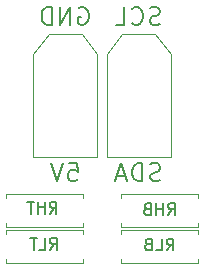
<source format=gbr>
%TF.GenerationSoftware,KiCad,Pcbnew,(7.0.0)*%
%TF.CreationDate,2024-02-03T20:31:02+01:00*%
%TF.ProjectId,Helios_IMU_M,48656c69-6f73-45f4-994d-555f4d2e6b69,rev?*%
%TF.SameCoordinates,PX9058260PY5c4edc0*%
%TF.FileFunction,Legend,Bot*%
%TF.FilePolarity,Positive*%
%FSLAX46Y46*%
G04 Gerber Fmt 4.6, Leading zero omitted, Abs format (unit mm)*
G04 Created by KiCad (PCBNEW (7.0.0)) date 2024-02-03 20:31:02*
%MOMM*%
%LPD*%
G01*
G04 APERTURE LIST*
%ADD10C,0.150000*%
%ADD11C,0.120000*%
G04 APERTURE END LIST*
D10*
%TO.C,J1*%
X-2004144Y7522500D02*
X-1861286Y7593929D01*
X-1861286Y7593929D02*
X-1647001Y7593929D01*
X-1647001Y7593929D02*
X-1432715Y7522500D01*
X-1432715Y7522500D02*
X-1289858Y7379643D01*
X-1289858Y7379643D02*
X-1218429Y7236786D01*
X-1218429Y7236786D02*
X-1147001Y6951072D01*
X-1147001Y6951072D02*
X-1147001Y6736786D01*
X-1147001Y6736786D02*
X-1218429Y6451072D01*
X-1218429Y6451072D02*
X-1289858Y6308215D01*
X-1289858Y6308215D02*
X-1432715Y6165358D01*
X-1432715Y6165358D02*
X-1647001Y6093929D01*
X-1647001Y6093929D02*
X-1789858Y6093929D01*
X-1789858Y6093929D02*
X-2004144Y6165358D01*
X-2004144Y6165358D02*
X-2075572Y6236786D01*
X-2075572Y6236786D02*
X-2075572Y6736786D01*
X-2075572Y6736786D02*
X-1789858Y6736786D01*
X-2718429Y6093929D02*
X-2718429Y7593929D01*
X-2718429Y7593929D02*
X-3575572Y6093929D01*
X-3575572Y6093929D02*
X-3575572Y7593929D01*
X-4289858Y6093929D02*
X-4289858Y7593929D01*
X-4289858Y7593929D02*
X-4647001Y7593929D01*
X-4647001Y7593929D02*
X-4861287Y7522500D01*
X-4861287Y7522500D02*
X-5004144Y7379643D01*
X-5004144Y7379643D02*
X-5075573Y7236786D01*
X-5075573Y7236786D02*
X-5147001Y6951072D01*
X-5147001Y6951072D02*
X-5147001Y6736786D01*
X-5147001Y6736786D02*
X-5075573Y6451072D01*
X-5075573Y6451072D02*
X-5004144Y6308215D01*
X-5004144Y6308215D02*
X-4861287Y6165358D01*
X-4861287Y6165358D02*
X-4647001Y6093929D01*
X-4647001Y6093929D02*
X-4289858Y6093929D01*
X-2861287Y-5637071D02*
X-2147001Y-5637071D01*
X-2147001Y-5637071D02*
X-2075573Y-6351357D01*
X-2075573Y-6351357D02*
X-2147001Y-6279928D01*
X-2147001Y-6279928D02*
X-2289858Y-6208500D01*
X-2289858Y-6208500D02*
X-2647001Y-6208500D01*
X-2647001Y-6208500D02*
X-2789858Y-6279928D01*
X-2789858Y-6279928D02*
X-2861287Y-6351357D01*
X-2861287Y-6351357D02*
X-2932716Y-6494214D01*
X-2932716Y-6494214D02*
X-2932716Y-6851357D01*
X-2932716Y-6851357D02*
X-2861287Y-6994214D01*
X-2861287Y-6994214D02*
X-2789858Y-7065642D01*
X-2789858Y-7065642D02*
X-2647001Y-7137071D01*
X-2647001Y-7137071D02*
X-2289858Y-7137071D01*
X-2289858Y-7137071D02*
X-2147001Y-7065642D01*
X-2147001Y-7065642D02*
X-2075573Y-6994214D01*
X-3361287Y-5637071D02*
X-3861287Y-7137071D01*
X-3861287Y-7137071D02*
X-4361287Y-5637071D01*
%TO.C,RHT*%
X-4456762Y-9874380D02*
X-4123429Y-9398190D01*
X-3885334Y-9874380D02*
X-3885334Y-8874380D01*
X-3885334Y-8874380D02*
X-4266286Y-8874380D01*
X-4266286Y-8874380D02*
X-4361524Y-8922000D01*
X-4361524Y-8922000D02*
X-4409143Y-8969619D01*
X-4409143Y-8969619D02*
X-4456762Y-9064857D01*
X-4456762Y-9064857D02*
X-4456762Y-9207714D01*
X-4456762Y-9207714D02*
X-4409143Y-9302952D01*
X-4409143Y-9302952D02*
X-4361524Y-9350571D01*
X-4361524Y-9350571D02*
X-4266286Y-9398190D01*
X-4266286Y-9398190D02*
X-3885334Y-9398190D01*
X-4885334Y-9874380D02*
X-4885334Y-8874380D01*
X-4885334Y-9350571D02*
X-5456762Y-9350571D01*
X-5456762Y-9874380D02*
X-5456762Y-8874380D01*
X-5790096Y-8874380D02*
X-6361524Y-8874380D01*
X-6075810Y-9874380D02*
X-6075810Y-8874380D01*
%TO.C,J2*%
X4897427Y-7065642D02*
X4683142Y-7137071D01*
X4683142Y-7137071D02*
X4325999Y-7137071D01*
X4325999Y-7137071D02*
X4183142Y-7065642D01*
X4183142Y-7065642D02*
X4111713Y-6994214D01*
X4111713Y-6994214D02*
X4040284Y-6851357D01*
X4040284Y-6851357D02*
X4040284Y-6708500D01*
X4040284Y-6708500D02*
X4111713Y-6565642D01*
X4111713Y-6565642D02*
X4183142Y-6494214D01*
X4183142Y-6494214D02*
X4325999Y-6422785D01*
X4325999Y-6422785D02*
X4611713Y-6351357D01*
X4611713Y-6351357D02*
X4754570Y-6279928D01*
X4754570Y-6279928D02*
X4825999Y-6208500D01*
X4825999Y-6208500D02*
X4897427Y-6065642D01*
X4897427Y-6065642D02*
X4897427Y-5922785D01*
X4897427Y-5922785D02*
X4825999Y-5779928D01*
X4825999Y-5779928D02*
X4754570Y-5708500D01*
X4754570Y-5708500D02*
X4611713Y-5637071D01*
X4611713Y-5637071D02*
X4254570Y-5637071D01*
X4254570Y-5637071D02*
X4040284Y-5708500D01*
X3397428Y-7137071D02*
X3397428Y-5637071D01*
X3397428Y-5637071D02*
X3040285Y-5637071D01*
X3040285Y-5637071D02*
X2825999Y-5708500D01*
X2825999Y-5708500D02*
X2683142Y-5851357D01*
X2683142Y-5851357D02*
X2611713Y-5994214D01*
X2611713Y-5994214D02*
X2540285Y-6279928D01*
X2540285Y-6279928D02*
X2540285Y-6494214D01*
X2540285Y-6494214D02*
X2611713Y-6779928D01*
X2611713Y-6779928D02*
X2683142Y-6922785D01*
X2683142Y-6922785D02*
X2825999Y-7065642D01*
X2825999Y-7065642D02*
X3040285Y-7137071D01*
X3040285Y-7137071D02*
X3397428Y-7137071D01*
X1968856Y-6708500D02*
X1254571Y-6708500D01*
X2111713Y-7137071D02*
X1611713Y-5637071D01*
X1611713Y-5637071D02*
X1111713Y-7137071D01*
X4861713Y6165358D02*
X4647428Y6093929D01*
X4647428Y6093929D02*
X4290285Y6093929D01*
X4290285Y6093929D02*
X4147428Y6165358D01*
X4147428Y6165358D02*
X4075999Y6236786D01*
X4075999Y6236786D02*
X4004570Y6379643D01*
X4004570Y6379643D02*
X4004570Y6522500D01*
X4004570Y6522500D02*
X4075999Y6665358D01*
X4075999Y6665358D02*
X4147428Y6736786D01*
X4147428Y6736786D02*
X4290285Y6808215D01*
X4290285Y6808215D02*
X4575999Y6879643D01*
X4575999Y6879643D02*
X4718856Y6951072D01*
X4718856Y6951072D02*
X4790285Y7022500D01*
X4790285Y7022500D02*
X4861713Y7165358D01*
X4861713Y7165358D02*
X4861713Y7308215D01*
X4861713Y7308215D02*
X4790285Y7451072D01*
X4790285Y7451072D02*
X4718856Y7522500D01*
X4718856Y7522500D02*
X4575999Y7593929D01*
X4575999Y7593929D02*
X4218856Y7593929D01*
X4218856Y7593929D02*
X4004570Y7522500D01*
X2504571Y6236786D02*
X2575999Y6165358D01*
X2575999Y6165358D02*
X2790285Y6093929D01*
X2790285Y6093929D02*
X2933142Y6093929D01*
X2933142Y6093929D02*
X3147428Y6165358D01*
X3147428Y6165358D02*
X3290285Y6308215D01*
X3290285Y6308215D02*
X3361714Y6451072D01*
X3361714Y6451072D02*
X3433142Y6736786D01*
X3433142Y6736786D02*
X3433142Y6951072D01*
X3433142Y6951072D02*
X3361714Y7236786D01*
X3361714Y7236786D02*
X3290285Y7379643D01*
X3290285Y7379643D02*
X3147428Y7522500D01*
X3147428Y7522500D02*
X2933142Y7593929D01*
X2933142Y7593929D02*
X2790285Y7593929D01*
X2790285Y7593929D02*
X2575999Y7522500D01*
X2575999Y7522500D02*
X2504571Y7451072D01*
X1147428Y6093929D02*
X1861714Y6093929D01*
X1861714Y6093929D02*
X1861714Y7593929D01*
%TO.C,RHB*%
X5568285Y-10001380D02*
X5901618Y-9525190D01*
X6139713Y-10001380D02*
X6139713Y-9001380D01*
X6139713Y-9001380D02*
X5758761Y-9001380D01*
X5758761Y-9001380D02*
X5663523Y-9049000D01*
X5663523Y-9049000D02*
X5615904Y-9096619D01*
X5615904Y-9096619D02*
X5568285Y-9191857D01*
X5568285Y-9191857D02*
X5568285Y-9334714D01*
X5568285Y-9334714D02*
X5615904Y-9429952D01*
X5615904Y-9429952D02*
X5663523Y-9477571D01*
X5663523Y-9477571D02*
X5758761Y-9525190D01*
X5758761Y-9525190D02*
X6139713Y-9525190D01*
X5139713Y-10001380D02*
X5139713Y-9001380D01*
X5139713Y-9477571D02*
X4568285Y-9477571D01*
X4568285Y-10001380D02*
X4568285Y-9001380D01*
X3758761Y-9477571D02*
X3615904Y-9525190D01*
X3615904Y-9525190D02*
X3568285Y-9572809D01*
X3568285Y-9572809D02*
X3520666Y-9668047D01*
X3520666Y-9668047D02*
X3520666Y-9810904D01*
X3520666Y-9810904D02*
X3568285Y-9906142D01*
X3568285Y-9906142D02*
X3615904Y-9953761D01*
X3615904Y-9953761D02*
X3711142Y-10001380D01*
X3711142Y-10001380D02*
X4092094Y-10001380D01*
X4092094Y-10001380D02*
X4092094Y-9001380D01*
X4092094Y-9001380D02*
X3758761Y-9001380D01*
X3758761Y-9001380D02*
X3663523Y-9049000D01*
X3663523Y-9049000D02*
X3615904Y-9096619D01*
X3615904Y-9096619D02*
X3568285Y-9191857D01*
X3568285Y-9191857D02*
X3568285Y-9287095D01*
X3568285Y-9287095D02*
X3615904Y-9382333D01*
X3615904Y-9382333D02*
X3663523Y-9429952D01*
X3663523Y-9429952D02*
X3758761Y-9477571D01*
X3758761Y-9477571D02*
X4092094Y-9477571D01*
%TO.C,RLB*%
X5449238Y-12990380D02*
X5782571Y-12514190D01*
X6020666Y-12990380D02*
X6020666Y-11990380D01*
X6020666Y-11990380D02*
X5639714Y-11990380D01*
X5639714Y-11990380D02*
X5544476Y-12038000D01*
X5544476Y-12038000D02*
X5496857Y-12085619D01*
X5496857Y-12085619D02*
X5449238Y-12180857D01*
X5449238Y-12180857D02*
X5449238Y-12323714D01*
X5449238Y-12323714D02*
X5496857Y-12418952D01*
X5496857Y-12418952D02*
X5544476Y-12466571D01*
X5544476Y-12466571D02*
X5639714Y-12514190D01*
X5639714Y-12514190D02*
X6020666Y-12514190D01*
X4544476Y-12990380D02*
X5020666Y-12990380D01*
X5020666Y-12990380D02*
X5020666Y-11990380D01*
X3877809Y-12466571D02*
X3734952Y-12514190D01*
X3734952Y-12514190D02*
X3687333Y-12561809D01*
X3687333Y-12561809D02*
X3639714Y-12657047D01*
X3639714Y-12657047D02*
X3639714Y-12799904D01*
X3639714Y-12799904D02*
X3687333Y-12895142D01*
X3687333Y-12895142D02*
X3734952Y-12942761D01*
X3734952Y-12942761D02*
X3830190Y-12990380D01*
X3830190Y-12990380D02*
X4211142Y-12990380D01*
X4211142Y-12990380D02*
X4211142Y-11990380D01*
X4211142Y-11990380D02*
X3877809Y-11990380D01*
X3877809Y-11990380D02*
X3782571Y-12038000D01*
X3782571Y-12038000D02*
X3734952Y-12085619D01*
X3734952Y-12085619D02*
X3687333Y-12180857D01*
X3687333Y-12180857D02*
X3687333Y-12276095D01*
X3687333Y-12276095D02*
X3734952Y-12371333D01*
X3734952Y-12371333D02*
X3782571Y-12418952D01*
X3782571Y-12418952D02*
X3877809Y-12466571D01*
X3877809Y-12466571D02*
X4211142Y-12466571D01*
%TO.C,RLT*%
X-4448810Y-12922380D02*
X-4115477Y-12446190D01*
X-3877382Y-12922380D02*
X-3877382Y-11922380D01*
X-3877382Y-11922380D02*
X-4258334Y-11922380D01*
X-4258334Y-11922380D02*
X-4353572Y-11970000D01*
X-4353572Y-11970000D02*
X-4401191Y-12017619D01*
X-4401191Y-12017619D02*
X-4448810Y-12112857D01*
X-4448810Y-12112857D02*
X-4448810Y-12255714D01*
X-4448810Y-12255714D02*
X-4401191Y-12350952D01*
X-4401191Y-12350952D02*
X-4353572Y-12398571D01*
X-4353572Y-12398571D02*
X-4258334Y-12446190D01*
X-4258334Y-12446190D02*
X-3877382Y-12446190D01*
X-5353572Y-12922380D02*
X-4877382Y-12922380D01*
X-4877382Y-12922380D02*
X-4877382Y-11922380D01*
X-5544049Y-11922380D02*
X-6115477Y-11922380D01*
X-5829763Y-12922380D02*
X-5829763Y-11922380D01*
D11*
%TO.C,J1*%
X-1737000Y5355000D02*
X-437000Y3655000D01*
X-4557000Y5355000D02*
X-1737000Y5355000D01*
X-4557000Y5355000D02*
X-5857000Y3655000D01*
X-437000Y3655000D02*
X-437000Y-5065000D01*
X-5857000Y3655000D02*
X-5857000Y-5065000D01*
X-5857000Y-5065000D02*
X-437000Y-5065000D01*
%TO.C,RHT*%
X-8195000Y-8264000D02*
X-1655000Y-8264000D01*
X-8195000Y-8594000D02*
X-8195000Y-8264000D01*
X-8195000Y-10674000D02*
X-8195000Y-11004000D01*
X-8195000Y-11004000D02*
X-1655000Y-11004000D01*
X-1655000Y-8264000D02*
X-1655000Y-8594000D01*
X-1655000Y-11004000D02*
X-1655000Y-10674000D01*
%TO.C,J2*%
X4486000Y5355000D02*
X5786000Y3655000D01*
X1666000Y5355000D02*
X4486000Y5355000D01*
X1666000Y5355000D02*
X366000Y3655000D01*
X5786000Y3655000D02*
X5786000Y-5065000D01*
X366000Y3655000D02*
X366000Y-5065000D01*
X366000Y-5065000D02*
X5786000Y-5065000D01*
%TO.C,RHB*%
X1584000Y-8264000D02*
X8124000Y-8264000D01*
X1584000Y-8594000D02*
X1584000Y-8264000D01*
X1584000Y-10674000D02*
X1584000Y-11004000D01*
X1584000Y-11004000D02*
X8124000Y-11004000D01*
X8124000Y-8264000D02*
X8124000Y-8594000D01*
X8124000Y-11004000D02*
X8124000Y-10674000D01*
%TO.C,RLB*%
X1584000Y-11312000D02*
X8124000Y-11312000D01*
X1584000Y-11642000D02*
X1584000Y-11312000D01*
X1584000Y-13722000D02*
X1584000Y-14052000D01*
X1584000Y-14052000D02*
X8124000Y-14052000D01*
X8124000Y-11312000D02*
X8124000Y-11642000D01*
X8124000Y-14052000D02*
X8124000Y-13722000D01*
%TO.C,RLT*%
X-8195000Y-11312000D02*
X-1655000Y-11312000D01*
X-8195000Y-11642000D02*
X-8195000Y-11312000D01*
X-8195000Y-13722000D02*
X-8195000Y-14052000D01*
X-8195000Y-14052000D02*
X-1655000Y-14052000D01*
X-1655000Y-11312000D02*
X-1655000Y-11642000D01*
X-1655000Y-14052000D02*
X-1655000Y-13722000D01*
%TD*%
M02*

</source>
